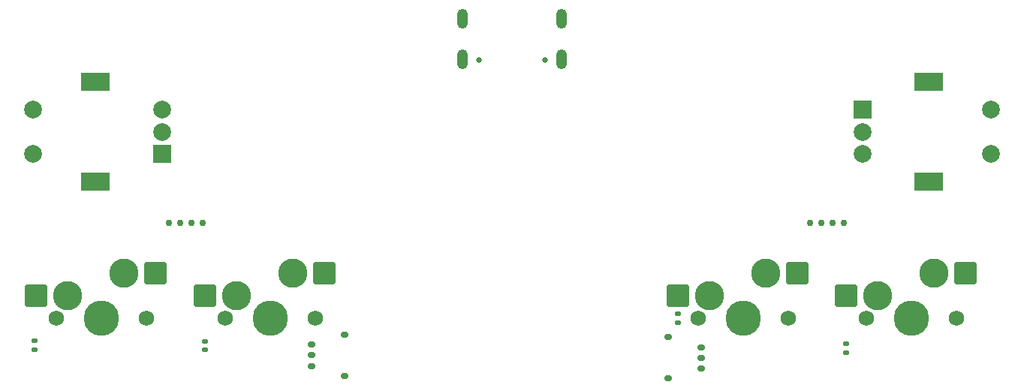
<source format=gbs>
G04 #@! TF.GenerationSoftware,KiCad,Pcbnew,7.0.9*
G04 #@! TF.CreationDate,2023-12-24T20:12:45-08:00*
G04 #@! TF.ProjectId,4k-mania-keypad,346b2d6d-616e-4696-912d-6b6579706164,rev?*
G04 #@! TF.SameCoordinates,Original*
G04 #@! TF.FileFunction,Soldermask,Bot*
G04 #@! TF.FilePolarity,Negative*
%FSLAX46Y46*%
G04 Gerber Fmt 4.6, Leading zero omitted, Abs format (unit mm)*
G04 Created by KiCad (PCBNEW 7.0.9) date 2023-12-24 20:12:45*
%MOMM*%
%LPD*%
G01*
G04 APERTURE LIST*
G04 Aperture macros list*
%AMRoundRect*
0 Rectangle with rounded corners*
0 $1 Rounding radius*
0 $2 $3 $4 $5 $6 $7 $8 $9 X,Y pos of 4 corners*
0 Add a 4 corners polygon primitive as box body*
4,1,4,$2,$3,$4,$5,$6,$7,$8,$9,$2,$3,0*
0 Add four circle primitives for the rounded corners*
1,1,$1+$1,$2,$3*
1,1,$1+$1,$4,$5*
1,1,$1+$1,$6,$7*
1,1,$1+$1,$8,$9*
0 Add four rect primitives between the rounded corners*
20,1,$1+$1,$2,$3,$4,$5,0*
20,1,$1+$1,$4,$5,$6,$7,0*
20,1,$1+$1,$6,$7,$8,$9,0*
20,1,$1+$1,$8,$9,$2,$3,0*%
G04 Aperture macros list end*
%ADD10R,2.000000X2.000000*%
%ADD11C,2.000000*%
%ADD12R,3.200000X2.000000*%
%ADD13C,0.750000*%
%ADD14C,0.650000*%
%ADD15O,1.200000X2.250000*%
%ADD16RoundRect,0.147500X0.172500X-0.147500X0.172500X0.147500X-0.172500X0.147500X-0.172500X-0.147500X0*%
%ADD17C,1.750000*%
%ADD18C,3.987800*%
%ADD19C,3.300000*%
%ADD20RoundRect,0.250000X1.025000X1.000000X-1.025000X1.000000X-1.025000X-1.000000X1.025000X-1.000000X0*%
%ADD21RoundRect,0.150000X-0.275000X0.150000X-0.275000X-0.150000X0.275000X-0.150000X0.275000X0.150000X0*%
%ADD22RoundRect,0.175000X-0.225000X0.175000X-0.225000X-0.175000X0.225000X-0.175000X0.225000X0.175000X0*%
%ADD23RoundRect,0.150000X0.275000X-0.150000X0.275000X0.150000X-0.275000X0.150000X-0.275000X-0.150000X0*%
%ADD24RoundRect,0.175000X0.225000X-0.175000X0.225000X0.175000X-0.225000X0.175000X-0.225000X-0.175000X0*%
G04 APERTURE END LIST*
D10*
X111500000Y-89500000D03*
D11*
X111500000Y-84500000D03*
X111500000Y-87000000D03*
D12*
X104000000Y-92600000D03*
X104000000Y-81400000D03*
D11*
X97000000Y-84500000D03*
X97000000Y-89500000D03*
D13*
X112275000Y-97250000D03*
X113545000Y-97250000D03*
X114815000Y-97250000D03*
X116085000Y-97250000D03*
D10*
X190500000Y-84500000D03*
D11*
X190500000Y-89500000D03*
X190500000Y-87000000D03*
D12*
X198000000Y-81400000D03*
X198000000Y-92600000D03*
D11*
X205000000Y-89500000D03*
X205000000Y-84500000D03*
D14*
X154740000Y-78940000D03*
X147240000Y-78940000D03*
D15*
X156585000Y-74260000D03*
X156565000Y-78860000D03*
X145435000Y-74260000D03*
X145415000Y-78860000D03*
D13*
X184595000Y-97250000D03*
X185865000Y-97250000D03*
X187135000Y-97250000D03*
X188405000Y-97250000D03*
D16*
X97130000Y-111565000D03*
X97130000Y-110595000D03*
D17*
X182160000Y-108000000D03*
D18*
X177080000Y-108000000D03*
D17*
X172000000Y-108000000D03*
D19*
X173270000Y-105460000D03*
D20*
X169720000Y-105460000D03*
X183170000Y-102920000D03*
D19*
X179620000Y-102920000D03*
D21*
X128355000Y-111030000D03*
X128355000Y-112230000D03*
X128355000Y-113430000D03*
D22*
X132130000Y-109880000D03*
X132130000Y-114580000D03*
D16*
X188637740Y-111922662D03*
X188637740Y-110952662D03*
D17*
X201080000Y-108000000D03*
D18*
X196000000Y-108000000D03*
D17*
X190920000Y-108000000D03*
D19*
X192190000Y-105460000D03*
D20*
X188640000Y-105460000D03*
X202090000Y-102920000D03*
D19*
X198540000Y-102920000D03*
D17*
X128790000Y-108080000D03*
D18*
X123710000Y-108080000D03*
D17*
X118630000Y-108080000D03*
D19*
X119900000Y-105540000D03*
D20*
X116350000Y-105540000D03*
X129800000Y-103000000D03*
D19*
X126250000Y-103000000D03*
D23*
X172365000Y-113700000D03*
X172365000Y-112500000D03*
X172365000Y-111300000D03*
D24*
X168590000Y-114850000D03*
X168590000Y-110150000D03*
D16*
X169735091Y-108512324D03*
X169735091Y-107542324D03*
X116346938Y-111619648D03*
X116346938Y-110649648D03*
D17*
X109790000Y-108080000D03*
D18*
X104710000Y-108080000D03*
D17*
X99630000Y-108080000D03*
D19*
X100900000Y-105540000D03*
D20*
X97350000Y-105540000D03*
X110800000Y-103000000D03*
D19*
X107250000Y-103000000D03*
M02*

</source>
